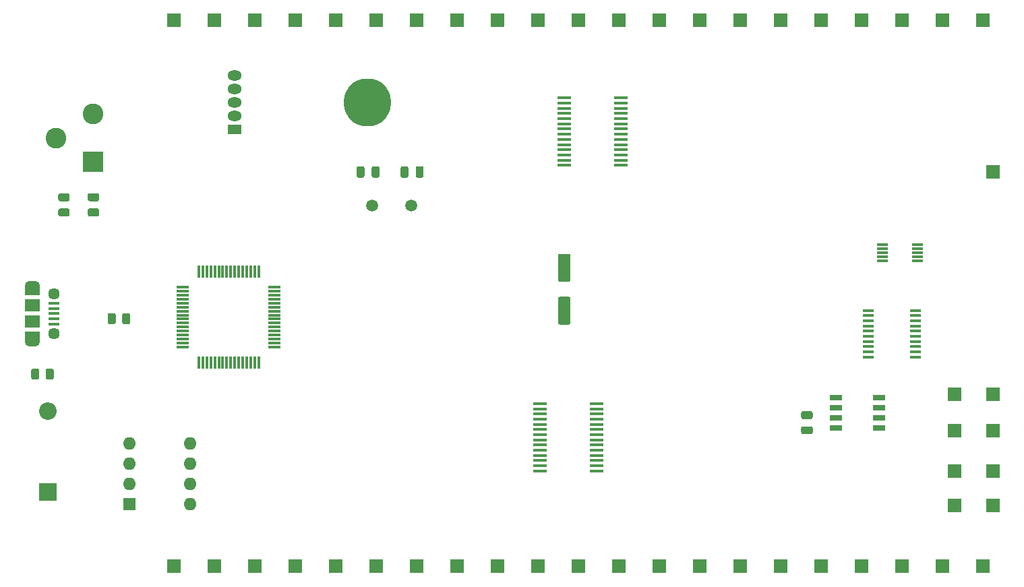
<source format=gbr>
%TF.GenerationSoftware,KiCad,Pcbnew,(5.1.7)-1*%
%TF.CreationDate,2020-11-09T16:27:57-06:00*%
%TF.ProjectId,MCU breakout board,4d435520-6272-4656-916b-6f757420626f,rev?*%
%TF.SameCoordinates,Original*%
%TF.FileFunction,Soldermask,Top*%
%TF.FilePolarity,Negative*%
%FSLAX46Y46*%
G04 Gerber Fmt 4.6, Leading zero omitted, Abs format (unit mm)*
G04 Created by KiCad (PCBNEW (5.1.7)-1) date 2020-11-09 16:27:57*
%MOMM*%
%LPD*%
G01*
G04 APERTURE LIST*
%ADD10R,1.700000X1.700000*%
%ADD11R,1.600000X1.600000*%
%ADD12O,1.600000X1.600000*%
%ADD13R,1.800000X0.450000*%
%ADD14R,2.200000X2.200000*%
%ADD15O,2.200000X2.200000*%
%ADD16R,1.500000X0.650000*%
%ADD17R,1.500000X0.300000*%
%ADD18R,0.300000X1.500000*%
%ADD19R,1.475000X0.450000*%
%ADD20R,2.600000X2.600000*%
%ADD21C,2.600000*%
%ADD22R,1.900000X1.500000*%
%ADD23C,1.450000*%
%ADD24R,1.350000X0.400000*%
%ADD25O,1.900000X1.200000*%
%ADD26R,1.900000X1.200000*%
%ADD27C,1.500000*%
%ADD28R,1.450000X0.300000*%
%ADD29O,6.000000X6.000000*%
%ADD30R,1.800000X1.275000*%
%ADD31O,1.800000X1.275000*%
G04 APERTURE END LIST*
%TO.C,C16*%
G36*
G01*
X119592000Y-113152000D02*
X120692000Y-113152000D01*
G75*
G02*
X120942000Y-113402000I0J-250000D01*
G01*
X120942000Y-116402000D01*
G75*
G02*
X120692000Y-116652000I-250000J0D01*
G01*
X119592000Y-116652000D01*
G75*
G02*
X119342000Y-116402000I0J250000D01*
G01*
X119342000Y-113402000D01*
G75*
G02*
X119592000Y-113152000I250000J0D01*
G01*
G37*
G36*
G01*
X119592000Y-118552000D02*
X120692000Y-118552000D01*
G75*
G02*
X120942000Y-118802000I0J-250000D01*
G01*
X120942000Y-121802000D01*
G75*
G02*
X120692000Y-122052000I-250000J0D01*
G01*
X119592000Y-122052000D01*
G75*
G02*
X119342000Y-121802000I0J250000D01*
G01*
X119342000Y-118802000D01*
G75*
G02*
X119592000Y-118552000I250000J0D01*
G01*
G37*
%TD*%
D10*
%TO.C,P2*%
X169164000Y-144780000D03*
%TD*%
D11*
%TO.C,U2*%
X65510000Y-144630000D03*
D12*
X73130000Y-137010000D03*
X65510000Y-142090000D03*
X73130000Y-139550000D03*
X65510000Y-139550000D03*
X73130000Y-142090000D03*
X65510000Y-137010000D03*
X73130000Y-144630000D03*
%TD*%
D13*
%TO.C,IC8*%
X127250000Y-93575000D03*
X127250000Y-94225000D03*
X127250000Y-94875000D03*
X127250000Y-95525000D03*
X127250000Y-96175000D03*
X127250000Y-96825000D03*
X127250000Y-97475000D03*
X127250000Y-98125000D03*
X127250000Y-98775000D03*
X127250000Y-99425000D03*
X127250000Y-100075000D03*
X127250000Y-100725000D03*
X127250000Y-101375000D03*
X127250000Y-102025000D03*
X120150000Y-102025000D03*
X120150000Y-101375000D03*
X120150000Y-100725000D03*
X120150000Y-100075000D03*
X120150000Y-99425000D03*
X120150000Y-98775000D03*
X120150000Y-98125000D03*
X120150000Y-97475000D03*
X120150000Y-96825000D03*
X120150000Y-96175000D03*
X120150000Y-95525000D03*
X120150000Y-94875000D03*
X120150000Y-94225000D03*
X120150000Y-93575000D03*
%TD*%
%TO.C,C6*%
G36*
G01*
X100576000Y-102395000D02*
X100576000Y-103345000D01*
G75*
G02*
X100326000Y-103595000I-250000J0D01*
G01*
X99826000Y-103595000D01*
G75*
G02*
X99576000Y-103345000I0J250000D01*
G01*
X99576000Y-102395000D01*
G75*
G02*
X99826000Y-102145000I250000J0D01*
G01*
X100326000Y-102145000D01*
G75*
G02*
X100576000Y-102395000I0J-250000D01*
G01*
G37*
G36*
G01*
X102476000Y-102395000D02*
X102476000Y-103345000D01*
G75*
G02*
X102226000Y-103595000I-250000J0D01*
G01*
X101726000Y-103595000D01*
G75*
G02*
X101476000Y-103345000I0J250000D01*
G01*
X101476000Y-102395000D01*
G75*
G02*
X101726000Y-102145000I250000J0D01*
G01*
X102226000Y-102145000D01*
G75*
G02*
X102476000Y-102395000I0J-250000D01*
G01*
G37*
%TD*%
%TO.C,C7*%
G36*
G01*
X94054000Y-103345000D02*
X94054000Y-102395000D01*
G75*
G02*
X94304000Y-102145000I250000J0D01*
G01*
X94804000Y-102145000D01*
G75*
G02*
X95054000Y-102395000I0J-250000D01*
G01*
X95054000Y-103345000D01*
G75*
G02*
X94804000Y-103595000I-250000J0D01*
G01*
X94304000Y-103595000D01*
G75*
G02*
X94054000Y-103345000I0J250000D01*
G01*
G37*
G36*
G01*
X95954000Y-103345000D02*
X95954000Y-102395000D01*
G75*
G02*
X96204000Y-102145000I250000J0D01*
G01*
X96704000Y-102145000D01*
G75*
G02*
X96954000Y-102395000I0J-250000D01*
G01*
X96954000Y-103345000D01*
G75*
G02*
X96704000Y-103595000I-250000J0D01*
G01*
X96204000Y-103595000D01*
G75*
G02*
X95954000Y-103345000I0J250000D01*
G01*
G37*
%TD*%
%TO.C,C13*%
G36*
G01*
X150147000Y-134816000D02*
X151097000Y-134816000D01*
G75*
G02*
X151347000Y-135066000I0J-250000D01*
G01*
X151347000Y-135566000D01*
G75*
G02*
X151097000Y-135816000I-250000J0D01*
G01*
X150147000Y-135816000D01*
G75*
G02*
X149897000Y-135566000I0J250000D01*
G01*
X149897000Y-135066000D01*
G75*
G02*
X150147000Y-134816000I250000J0D01*
G01*
G37*
G36*
G01*
X150147000Y-132916000D02*
X151097000Y-132916000D01*
G75*
G02*
X151347000Y-133166000I0J-250000D01*
G01*
X151347000Y-133666000D01*
G75*
G02*
X151097000Y-133916000I-250000J0D01*
G01*
X150147000Y-133916000D01*
G75*
G02*
X149897000Y-133666000I0J250000D01*
G01*
X149897000Y-133166000D01*
G75*
G02*
X150147000Y-132916000I250000J0D01*
G01*
G37*
%TD*%
%TO.C,C15*%
G36*
G01*
X60525000Y-107450000D02*
X61475000Y-107450000D01*
G75*
G02*
X61725000Y-107700000I0J-250000D01*
G01*
X61725000Y-108200000D01*
G75*
G02*
X61475000Y-108450000I-250000J0D01*
G01*
X60525000Y-108450000D01*
G75*
G02*
X60275000Y-108200000I0J250000D01*
G01*
X60275000Y-107700000D01*
G75*
G02*
X60525000Y-107450000I250000J0D01*
G01*
G37*
G36*
G01*
X60525000Y-105550000D02*
X61475000Y-105550000D01*
G75*
G02*
X61725000Y-105800000I0J-250000D01*
G01*
X61725000Y-106300000D01*
G75*
G02*
X61475000Y-106550000I-250000J0D01*
G01*
X60525000Y-106550000D01*
G75*
G02*
X60275000Y-106300000I0J250000D01*
G01*
X60275000Y-105800000D01*
G75*
G02*
X60525000Y-105550000I250000J0D01*
G01*
G37*
%TD*%
%TO.C,C21*%
G36*
G01*
X56825000Y-105550000D02*
X57775000Y-105550000D01*
G75*
G02*
X58025000Y-105800000I0J-250000D01*
G01*
X58025000Y-106300000D01*
G75*
G02*
X57775000Y-106550000I-250000J0D01*
G01*
X56825000Y-106550000D01*
G75*
G02*
X56575000Y-106300000I0J250000D01*
G01*
X56575000Y-105800000D01*
G75*
G02*
X56825000Y-105550000I250000J0D01*
G01*
G37*
G36*
G01*
X56825000Y-107450000D02*
X57775000Y-107450000D01*
G75*
G02*
X58025000Y-107700000I0J-250000D01*
G01*
X58025000Y-108200000D01*
G75*
G02*
X57775000Y-108450000I-250000J0D01*
G01*
X56825000Y-108450000D01*
G75*
G02*
X56575000Y-108200000I0J250000D01*
G01*
X56575000Y-107700000D01*
G75*
G02*
X56825000Y-107450000I250000J0D01*
G01*
G37*
%TD*%
D14*
%TO.C,D1*%
X55300000Y-143100000D03*
D15*
X55300000Y-132940000D03*
%TD*%
D16*
%TO.C,IC4*%
X159672000Y-131191000D03*
X159672000Y-132461000D03*
X159672000Y-133731000D03*
X159672000Y-135001000D03*
X154272000Y-135001000D03*
X154272000Y-133731000D03*
X154272000Y-132461000D03*
X154272000Y-131191000D03*
%TD*%
D17*
%TO.C,IC5*%
X72250000Y-117350000D03*
X72250000Y-117850000D03*
X72250000Y-118350000D03*
X72250000Y-118850000D03*
X72250000Y-119350000D03*
X72250000Y-119850000D03*
X72250000Y-120350000D03*
X72250000Y-120850000D03*
X72250000Y-121350000D03*
X72250000Y-121850000D03*
X72250000Y-122350000D03*
X72250000Y-122850000D03*
X72250000Y-123350000D03*
X72250000Y-123850000D03*
X72250000Y-124350000D03*
X72250000Y-124850000D03*
D18*
X74250000Y-126850000D03*
X74750000Y-126850000D03*
X75250000Y-126850000D03*
X75750000Y-126850000D03*
X76250000Y-126850000D03*
X76750000Y-126850000D03*
X77250000Y-126850000D03*
X77750000Y-126850000D03*
X78250000Y-126850000D03*
X78750000Y-126850000D03*
X79250000Y-126850000D03*
X79750000Y-126850000D03*
X80250000Y-126850000D03*
X80750000Y-126850000D03*
X81250000Y-126850000D03*
X81750000Y-126850000D03*
D17*
X83750000Y-124850000D03*
X83750000Y-124350000D03*
X83750000Y-123850000D03*
X83750000Y-123350000D03*
X83750000Y-122850000D03*
X83750000Y-122350000D03*
X83750000Y-121850000D03*
X83750000Y-121350000D03*
X83750000Y-120850000D03*
X83750000Y-120350000D03*
X83750000Y-119850000D03*
X83750000Y-119350000D03*
X83750000Y-118850000D03*
X83750000Y-118350000D03*
X83750000Y-117850000D03*
X83750000Y-117350000D03*
D18*
X81750000Y-115350000D03*
X81250000Y-115350000D03*
X80750000Y-115350000D03*
X80250000Y-115350000D03*
X79750000Y-115350000D03*
X79250000Y-115350000D03*
X78750000Y-115350000D03*
X78250000Y-115350000D03*
X77750000Y-115350000D03*
X77250000Y-115350000D03*
X76750000Y-115350000D03*
X76250000Y-115350000D03*
X75750000Y-115350000D03*
X75250000Y-115350000D03*
X74750000Y-115350000D03*
X74250000Y-115350000D03*
%TD*%
D19*
%TO.C,IC6*%
X158352000Y-120265000D03*
X158352000Y-120915000D03*
X158352000Y-121565000D03*
X158352000Y-122215000D03*
X158352000Y-122865000D03*
X158352000Y-123515000D03*
X158352000Y-124165000D03*
X158352000Y-124815000D03*
X158352000Y-125465000D03*
X158352000Y-126115000D03*
X164228000Y-126115000D03*
X164228000Y-125465000D03*
X164228000Y-124815000D03*
X164228000Y-124165000D03*
X164228000Y-123515000D03*
X164228000Y-122865000D03*
X164228000Y-122215000D03*
X164228000Y-121565000D03*
X164228000Y-120915000D03*
X164228000Y-120265000D03*
%TD*%
D13*
%TO.C,IC7*%
X124200000Y-140415000D03*
X124200000Y-139765000D03*
X124200000Y-139115000D03*
X124200000Y-138465000D03*
X124200000Y-137815000D03*
X124200000Y-137165000D03*
X124200000Y-136515000D03*
X124200000Y-135865000D03*
X124200000Y-135215000D03*
X124200000Y-134565000D03*
X124200000Y-133915000D03*
X124200000Y-133265000D03*
X124200000Y-132615000D03*
X124200000Y-131965000D03*
X117100000Y-131965000D03*
X117100000Y-132615000D03*
X117100000Y-133265000D03*
X117100000Y-133915000D03*
X117100000Y-134565000D03*
X117100000Y-135215000D03*
X117100000Y-135865000D03*
X117100000Y-136515000D03*
X117100000Y-137165000D03*
X117100000Y-137815000D03*
X117100000Y-138465000D03*
X117100000Y-139115000D03*
X117100000Y-139765000D03*
X117100000Y-140415000D03*
%TD*%
D20*
%TO.C,J1*%
X60960000Y-101600000D03*
D21*
X60960000Y-95600000D03*
X56260000Y-98600000D03*
%TD*%
D22*
%TO.C,J2*%
X53372500Y-121650000D03*
D23*
X56072500Y-118150000D03*
D24*
X56072500Y-120000000D03*
X56072500Y-119350000D03*
X56072500Y-121950000D03*
X56072500Y-121300000D03*
X56072500Y-120650000D03*
D23*
X56072500Y-123150000D03*
D22*
X53372500Y-119650000D03*
D25*
X53372500Y-117150000D03*
X53372500Y-124150000D03*
D26*
X53372500Y-123550000D03*
X53372500Y-117750000D03*
%TD*%
D10*
%TO.C,P3*%
X111760000Y-152400000D03*
%TD*%
%TO.C,P4*%
X106680000Y-152400000D03*
%TD*%
%TO.C,P5*%
X71120000Y-152400000D03*
%TD*%
%TO.C,P6*%
X76200000Y-152400000D03*
%TD*%
%TO.C,P7*%
X81280000Y-152400000D03*
%TD*%
%TO.C,P8*%
X86360000Y-152400000D03*
%TD*%
%TO.C,P9*%
X91440000Y-152400000D03*
%TD*%
%TO.C,P10*%
X96520000Y-152400000D03*
%TD*%
%TO.C,P11*%
X101600000Y-152400000D03*
%TD*%
%TO.C,P13*%
X162560000Y-152400000D03*
%TD*%
%TO.C,P15*%
X172720000Y-152400000D03*
%TD*%
%TO.C,P16*%
X172720000Y-83820000D03*
%TD*%
%TO.C,P17*%
X167640000Y-83820000D03*
%TD*%
%TO.C,P18*%
X162560000Y-83820000D03*
%TD*%
%TO.C,P19*%
X157480000Y-152400000D03*
%TD*%
%TO.C,P20*%
X157480000Y-83820000D03*
%TD*%
%TO.C,P21*%
X152400000Y-152400000D03*
%TD*%
%TO.C,P22*%
X152400000Y-83820000D03*
%TD*%
%TO.C,P23*%
X147320000Y-152400000D03*
%TD*%
%TO.C,P24*%
X142240000Y-152400000D03*
%TD*%
%TO.C,P25*%
X137160000Y-152400000D03*
%TD*%
%TO.C,P26*%
X132080000Y-152400000D03*
%TD*%
%TO.C,P27*%
X127000000Y-152400000D03*
%TD*%
%TO.C,P28*%
X121920000Y-152400000D03*
%TD*%
%TO.C,P29*%
X106680000Y-83820000D03*
%TD*%
%TO.C,P30*%
X101600000Y-83820000D03*
%TD*%
%TO.C,P31*%
X96520000Y-83820000D03*
%TD*%
%TO.C,P32*%
X91440000Y-83820000D03*
%TD*%
%TO.C,P33*%
X86360000Y-83820000D03*
%TD*%
%TO.C,P34*%
X81280000Y-83820000D03*
%TD*%
%TO.C,P35*%
X111760000Y-83820000D03*
%TD*%
%TO.C,P36*%
X76200000Y-83820000D03*
%TD*%
%TO.C,P37*%
X116840000Y-83820000D03*
%TD*%
%TO.C,P38*%
X71120000Y-83820000D03*
%TD*%
%TO.C,P39*%
X121920000Y-83820000D03*
%TD*%
%TO.C,P40*%
X127000000Y-83820000D03*
%TD*%
%TO.C,P41*%
X132080000Y-83820000D03*
%TD*%
%TO.C,P42*%
X137160000Y-83820000D03*
%TD*%
%TO.C,P43*%
X142240000Y-83820000D03*
%TD*%
%TO.C,P44*%
X147320000Y-83820000D03*
%TD*%
%TO.C,R13*%
G36*
G01*
X56035000Y-127819999D02*
X56035000Y-128720001D01*
G75*
G02*
X55785001Y-128970000I-249999J0D01*
G01*
X55259999Y-128970000D01*
G75*
G02*
X55010000Y-128720001I0J249999D01*
G01*
X55010000Y-127819999D01*
G75*
G02*
X55259999Y-127570000I249999J0D01*
G01*
X55785001Y-127570000D01*
G75*
G02*
X56035000Y-127819999I0J-249999D01*
G01*
G37*
G36*
G01*
X54210000Y-127819999D02*
X54210000Y-128720001D01*
G75*
G02*
X53960001Y-128970000I-249999J0D01*
G01*
X53434999Y-128970000D01*
G75*
G02*
X53185000Y-128720001I0J249999D01*
G01*
X53185000Y-127819999D01*
G75*
G02*
X53434999Y-127570000I249999J0D01*
G01*
X53960001Y-127570000D01*
G75*
G02*
X54210000Y-127819999I0J-249999D01*
G01*
G37*
%TD*%
%TO.C,R18*%
G36*
G01*
X65637500Y-120849999D02*
X65637500Y-121750001D01*
G75*
G02*
X65387501Y-122000000I-249999J0D01*
G01*
X64862499Y-122000000D01*
G75*
G02*
X64612500Y-121750001I0J249999D01*
G01*
X64612500Y-120849999D01*
G75*
G02*
X64862499Y-120600000I249999J0D01*
G01*
X65387501Y-120600000D01*
G75*
G02*
X65637500Y-120849999I0J-249999D01*
G01*
G37*
G36*
G01*
X63812500Y-120849999D02*
X63812500Y-121750001D01*
G75*
G02*
X63562501Y-122000000I-249999J0D01*
G01*
X63037499Y-122000000D01*
G75*
G02*
X62787500Y-121750001I0J249999D01*
G01*
X62787500Y-120849999D01*
G75*
G02*
X63037499Y-120600000I249999J0D01*
G01*
X63562501Y-120600000D01*
G75*
G02*
X63812500Y-120849999I0J-249999D01*
G01*
G37*
%TD*%
D27*
%TO.C,Y1*%
X100920000Y-107080000D03*
X96040000Y-107080000D03*
%TD*%
D28*
%TO.C,IC2*%
X160081000Y-112030000D03*
X160081000Y-112530000D03*
X160081000Y-113030000D03*
X160081000Y-113530000D03*
X160081000Y-114030000D03*
X164531000Y-114030000D03*
X164531000Y-113530000D03*
X164531000Y-113030000D03*
X164531000Y-112530000D03*
X164531000Y-112030000D03*
%TD*%
D10*
%TO.C,P1*%
X173990000Y-102870000D03*
%TD*%
%TO.C,P12*%
X173990000Y-144780000D03*
%TD*%
%TO.C,P45*%
X173990000Y-140462000D03*
%TD*%
%TO.C,P46*%
X169164000Y-140462000D03*
%TD*%
%TO.C,P47*%
X173990000Y-130810000D03*
%TD*%
%TO.C,P48*%
X173990000Y-135382000D03*
%TD*%
%TO.C,P49*%
X169164000Y-130810000D03*
%TD*%
%TO.C,P50*%
X169164000Y-135382000D03*
%TD*%
%TO.C,P14*%
X167640000Y-152400000D03*
%TD*%
%TO.C,P51*%
X116840000Y-152400000D03*
%TD*%
D29*
%TO.C,U3*%
X95400000Y-94136000D03*
D30*
X78740000Y-97536000D03*
D31*
X78740000Y-95836000D03*
X78740000Y-94136000D03*
X78740000Y-92436000D03*
X78740000Y-90736000D03*
%TD*%
M02*

</source>
